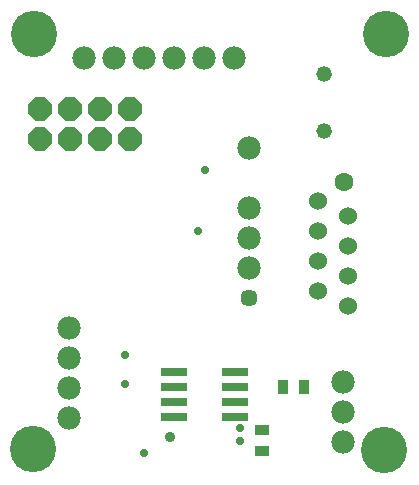
<source format=gbs>
G75*
G70*
%OFA0B0*%
%FSLAX24Y24*%
%IPPOS*%
%LPD*%
%AMOC8*
5,1,8,0,0,1.08239X$1,22.5*
%
%ADD10R,0.0910X0.0280*%
%ADD11C,0.0520*%
%ADD12R,0.0512X0.0355*%
%ADD13R,0.0355X0.0512*%
%ADD14C,0.0780*%
%ADD15C,0.0571*%
%ADD16OC8,0.0780*%
%ADD17C,0.0600*%
%ADD18C,0.0631*%
%ADD19C,0.0276*%
%ADD20C,0.0355*%
%ADD21C,0.1542*%
D10*
X009680Y006865D03*
X009680Y007365D03*
X009680Y007865D03*
X009680Y008365D03*
X011740Y008365D03*
X011740Y007865D03*
X011740Y007365D03*
X011740Y006865D03*
D11*
X014690Y016375D03*
X014690Y018275D03*
D12*
X012620Y006429D03*
X012620Y005721D03*
D13*
X013325Y007855D03*
X014034Y007855D03*
D14*
X015320Y008025D03*
X015320Y007025D03*
X015320Y006025D03*
X012190Y011825D03*
X012190Y012825D03*
X012190Y013825D03*
X012190Y015825D03*
X011690Y018825D03*
X010690Y018825D03*
X009690Y018825D03*
X008690Y018825D03*
X007690Y018825D03*
X006690Y018825D03*
X006190Y009825D03*
X006190Y008825D03*
X006190Y007825D03*
X006190Y006825D03*
D15*
X012190Y010825D03*
D16*
X008230Y016135D03*
X008230Y017135D03*
X007230Y017135D03*
X007230Y016135D03*
X006230Y016135D03*
X006230Y017135D03*
X005230Y017135D03*
X005230Y016135D03*
D17*
X014500Y014045D03*
X014500Y013045D03*
X014500Y012045D03*
X014500Y011045D03*
X015500Y010545D03*
X015500Y011545D03*
X015500Y012545D03*
X015500Y013545D03*
D18*
X015356Y014683D03*
D19*
X010710Y015095D03*
X010500Y013065D03*
X008050Y008935D03*
X008050Y007955D03*
X008680Y005645D03*
X011900Y006065D03*
X011900Y006485D03*
D20*
X009565Y006180D03*
D21*
X004995Y005805D03*
X016680Y005745D03*
X016745Y019615D03*
X005025Y019615D03*
M02*

</source>
